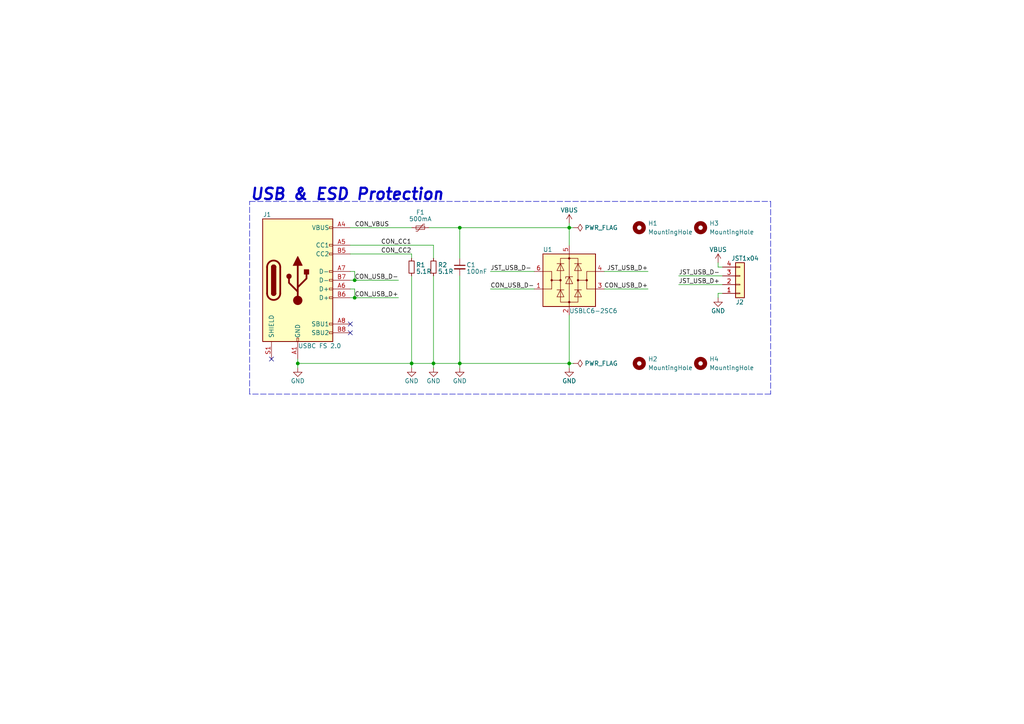
<source format=kicad_sch>
(kicad_sch (version 20211123) (generator eeschema)

  (uuid 2e827bfc-32a1-42d1-ac5e-aa7b7cc1f017)

  (paper "A4")

  (title_block
    (title "USB Type C Daughter Board")
    (date "2022-07-03")
    (rev "1.0")
    (company "rothman")
  )

  (lib_symbols
    (symbol "Connector-Generic:Conn_01x04" (pin_names (offset 1.016) hide) (in_bom yes) (on_board yes)
      (property "Reference" "J" (id 0) (at 0 5.08 0)
        (effects (font (size 1.27 1.27)))
      )
      (property "Value" "Conn_01x04" (id 1) (at 0 -7.62 0)
        (effects (font (size 1.27 1.27)))
      )
      (property "Footprint" "" (id 2) (at 0 0 0)
        (effects (font (size 1.27 1.27)) hide)
      )
      (property "Datasheet" "~" (id 3) (at 0 0 0)
        (effects (font (size 1.27 1.27)) hide)
      )
      (property "ki_keywords" "connector" (id 4) (at 0 0 0)
        (effects (font (size 1.27 1.27)) hide)
      )
      (property "ki_description" "Generic connector, single row, 01x04, script generated (kicad-library-utils/schlib/autogen/connector/)" (id 5) (at 0 0 0)
        (effects (font (size 1.27 1.27)) hide)
      )
      (property "ki_fp_filters" "Connector*:*_1x??_*" (id 6) (at 0 0 0)
        (effects (font (size 1.27 1.27)) hide)
      )
      (symbol "Conn_01x04_1_1"
        (rectangle (start -1.27 -4.953) (end 0 -5.207)
          (stroke (width 0.1524) (type default) (color 0 0 0 0))
          (fill (type none))
        )
        (rectangle (start -1.27 -2.413) (end 0 -2.667)
          (stroke (width 0.1524) (type default) (color 0 0 0 0))
          (fill (type none))
        )
        (rectangle (start -1.27 0.127) (end 0 -0.127)
          (stroke (width 0.1524) (type default) (color 0 0 0 0))
          (fill (type none))
        )
        (rectangle (start -1.27 2.667) (end 0 2.413)
          (stroke (width 0.1524) (type default) (color 0 0 0 0))
          (fill (type none))
        )
        (rectangle (start -1.27 3.81) (end 1.27 -6.35)
          (stroke (width 0.254) (type default) (color 0 0 0 0))
          (fill (type background))
        )
        (pin passive line (at -5.08 2.54 0) (length 3.81)
          (name "Pin_1" (effects (font (size 1.27 1.27))))
          (number "1" (effects (font (size 1.27 1.27))))
        )
        (pin passive line (at -5.08 0 0) (length 3.81)
          (name "Pin_2" (effects (font (size 1.27 1.27))))
          (number "2" (effects (font (size 1.27 1.27))))
        )
        (pin passive line (at -5.08 -2.54 0) (length 3.81)
          (name "Pin_3" (effects (font (size 1.27 1.27))))
          (number "3" (effects (font (size 1.27 1.27))))
        )
        (pin passive line (at -5.08 -5.08 0) (length 3.81)
          (name "Pin_4" (effects (font (size 1.27 1.27))))
          (number "4" (effects (font (size 1.27 1.27))))
        )
      )
    )
    (symbol "Connector-USB-C:USB_C_Receptacle_USB2.0" (pin_names (offset 1.016)) (in_bom yes) (on_board yes)
      (property "Reference" "J" (id 0) (at -10.16 19.05 0)
        (effects (font (size 1.27 1.27)) (justify left))
      )
      (property "Value" "USB_C_Receptacle_USB2.0" (id 1) (at 19.05 19.05 0)
        (effects (font (size 1.27 1.27)) (justify right))
      )
      (property "Footprint" "" (id 2) (at 3.81 0 0)
        (effects (font (size 1.27 1.27)) hide)
      )
      (property "Datasheet" "https://www.usb.org/sites/default/files/documents/usb_type-c.zip" (id 3) (at 3.81 0 0)
        (effects (font (size 1.27 1.27)) hide)
      )
      (property "ki_keywords" "usb universal serial bus type-C USB2.0" (id 4) (at 0 0 0)
        (effects (font (size 1.27 1.27)) hide)
      )
      (property "ki_description" "USB 2.0-only Type-C Receptacle connector" (id 5) (at 0 0 0)
        (effects (font (size 1.27 1.27)) hide)
      )
      (property "ki_fp_filters" "USB*C*Receptacle*" (id 6) (at 0 0 0)
        (effects (font (size 1.27 1.27)) hide)
      )
      (symbol "USB_C_Receptacle_USB2.0_0_0"
        (rectangle (start -0.254 -17.78) (end 0.254 -16.764)
          (stroke (width 0) (type default) (color 0 0 0 0))
          (fill (type none))
        )
        (rectangle (start 10.16 -14.986) (end 9.144 -15.494)
          (stroke (width 0) (type default) (color 0 0 0 0))
          (fill (type none))
        )
        (rectangle (start 10.16 -12.446) (end 9.144 -12.954)
          (stroke (width 0) (type default) (color 0 0 0 0))
          (fill (type none))
        )
        (rectangle (start 10.16 -4.826) (end 9.144 -5.334)
          (stroke (width 0) (type default) (color 0 0 0 0))
          (fill (type none))
        )
        (rectangle (start 10.16 -2.286) (end 9.144 -2.794)
          (stroke (width 0) (type default) (color 0 0 0 0))
          (fill (type none))
        )
        (rectangle (start 10.16 0.254) (end 9.144 -0.254)
          (stroke (width 0) (type default) (color 0 0 0 0))
          (fill (type none))
        )
        (rectangle (start 10.16 2.794) (end 9.144 2.286)
          (stroke (width 0) (type default) (color 0 0 0 0))
          (fill (type none))
        )
        (rectangle (start 10.16 7.874) (end 9.144 7.366)
          (stroke (width 0) (type default) (color 0 0 0 0))
          (fill (type none))
        )
        (rectangle (start 10.16 10.414) (end 9.144 9.906)
          (stroke (width 0) (type default) (color 0 0 0 0))
          (fill (type none))
        )
        (rectangle (start 10.16 15.494) (end 9.144 14.986)
          (stroke (width 0) (type default) (color 0 0 0 0))
          (fill (type none))
        )
      )
      (symbol "USB_C_Receptacle_USB2.0_0_1"
        (rectangle (start -10.16 17.78) (end 10.16 -17.78)
          (stroke (width 0.254) (type default) (color 0 0 0 0))
          (fill (type background))
        )
        (arc (start -8.89 -3.81) (mid -6.985 -5.715) (end -5.08 -3.81)
          (stroke (width 0.508) (type default) (color 0 0 0 0))
          (fill (type none))
        )
        (arc (start -7.62 -3.81) (mid -6.985 -4.445) (end -6.35 -3.81)
          (stroke (width 0.254) (type default) (color 0 0 0 0))
          (fill (type none))
        )
        (arc (start -7.62 -3.81) (mid -6.985 -4.445) (end -6.35 -3.81)
          (stroke (width 0.254) (type default) (color 0 0 0 0))
          (fill (type outline))
        )
        (rectangle (start -7.62 -3.81) (end -6.35 3.81)
          (stroke (width 0.254) (type default) (color 0 0 0 0))
          (fill (type outline))
        )
        (arc (start -6.35 3.81) (mid -6.985 4.445) (end -7.62 3.81)
          (stroke (width 0.254) (type default) (color 0 0 0 0))
          (fill (type none))
        )
        (arc (start -6.35 3.81) (mid -6.985 4.445) (end -7.62 3.81)
          (stroke (width 0.254) (type default) (color 0 0 0 0))
          (fill (type outline))
        )
        (arc (start -5.08 3.81) (mid -6.985 5.715) (end -8.89 3.81)
          (stroke (width 0.508) (type default) (color 0 0 0 0))
          (fill (type none))
        )
        (circle (center -2.54 1.143) (radius 0.635)
          (stroke (width 0.254) (type default) (color 0 0 0 0))
          (fill (type outline))
        )
        (circle (center 0 -5.842) (radius 1.27)
          (stroke (width 0) (type default) (color 0 0 0 0))
          (fill (type outline))
        )
        (polyline
          (pts
            (xy -8.89 -3.81)
            (xy -8.89 3.81)
          )
          (stroke (width 0.508) (type default) (color 0 0 0 0))
          (fill (type none))
        )
        (polyline
          (pts
            (xy -5.08 3.81)
            (xy -5.08 -3.81)
          )
          (stroke (width 0.508) (type default) (color 0 0 0 0))
          (fill (type none))
        )
        (polyline
          (pts
            (xy 0 -5.842)
            (xy 0 4.318)
          )
          (stroke (width 0.508) (type default) (color 0 0 0 0))
          (fill (type none))
        )
        (polyline
          (pts
            (xy 0 -3.302)
            (xy -2.54 -0.762)
            (xy -2.54 0.508)
          )
          (stroke (width 0.508) (type default) (color 0 0 0 0))
          (fill (type none))
        )
        (polyline
          (pts
            (xy 0 -2.032)
            (xy 2.54 0.508)
            (xy 2.54 1.778)
          )
          (stroke (width 0.508) (type default) (color 0 0 0 0))
          (fill (type none))
        )
        (polyline
          (pts
            (xy -1.27 4.318)
            (xy 0 6.858)
            (xy 1.27 4.318)
            (xy -1.27 4.318)
          )
          (stroke (width 0.254) (type default) (color 0 0 0 0))
          (fill (type outline))
        )
        (rectangle (start 1.905 1.778) (end 3.175 3.048)
          (stroke (width 0.254) (type default) (color 0 0 0 0))
          (fill (type outline))
        )
      )
      (symbol "USB_C_Receptacle_USB2.0_1_1"
        (pin passive line (at 0 -22.86 90) (length 5.08)
          (name "GND" (effects (font (size 1.27 1.27))))
          (number "A1" (effects (font (size 1.27 1.27))))
        )
        (pin passive line (at 0 -22.86 90) (length 5.08) hide
          (name "GND" (effects (font (size 1.27 1.27))))
          (number "A12" (effects (font (size 1.27 1.27))))
        )
        (pin passive line (at 15.24 15.24 180) (length 5.08)
          (name "VBUS" (effects (font (size 1.27 1.27))))
          (number "A4" (effects (font (size 1.27 1.27))))
        )
        (pin bidirectional line (at 15.24 10.16 180) (length 5.08)
          (name "CC1" (effects (font (size 1.27 1.27))))
          (number "A5" (effects (font (size 1.27 1.27))))
        )
        (pin bidirectional line (at 15.24 -2.54 180) (length 5.08)
          (name "D+" (effects (font (size 1.27 1.27))))
          (number "A6" (effects (font (size 1.27 1.27))))
        )
        (pin bidirectional line (at 15.24 2.54 180) (length 5.08)
          (name "D-" (effects (font (size 1.27 1.27))))
          (number "A7" (effects (font (size 1.27 1.27))))
        )
        (pin bidirectional line (at 15.24 -12.7 180) (length 5.08)
          (name "SBU1" (effects (font (size 1.27 1.27))))
          (number "A8" (effects (font (size 1.27 1.27))))
        )
        (pin passive line (at 15.24 15.24 180) (length 5.08) hide
          (name "VBUS" (effects (font (size 1.27 1.27))))
          (number "A9" (effects (font (size 1.27 1.27))))
        )
        (pin passive line (at 0 -22.86 90) (length 5.08) hide
          (name "GND" (effects (font (size 1.27 1.27))))
          (number "B1" (effects (font (size 1.27 1.27))))
        )
        (pin passive line (at 0 -22.86 90) (length 5.08) hide
          (name "GND" (effects (font (size 1.27 1.27))))
          (number "B12" (effects (font (size 1.27 1.27))))
        )
        (pin passive line (at 15.24 15.24 180) (length 5.08) hide
          (name "VBUS" (effects (font (size 1.27 1.27))))
          (number "B4" (effects (font (size 1.27 1.27))))
        )
        (pin bidirectional line (at 15.24 7.62 180) (length 5.08)
          (name "CC2" (effects (font (size 1.27 1.27))))
          (number "B5" (effects (font (size 1.27 1.27))))
        )
        (pin bidirectional line (at 15.24 -5.08 180) (length 5.08)
          (name "D+" (effects (font (size 1.27 1.27))))
          (number "B6" (effects (font (size 1.27 1.27))))
        )
        (pin bidirectional line (at 15.24 0 180) (length 5.08)
          (name "D-" (effects (font (size 1.27 1.27))))
          (number "B7" (effects (font (size 1.27 1.27))))
        )
        (pin bidirectional line (at 15.24 -15.24 180) (length 5.08)
          (name "SBU2" (effects (font (size 1.27 1.27))))
          (number "B8" (effects (font (size 1.27 1.27))))
        )
        (pin passive line (at 15.24 15.24 180) (length 5.08) hide
          (name "VBUS" (effects (font (size 1.27 1.27))))
          (number "B9" (effects (font (size 1.27 1.27))))
        )
        (pin passive line (at -7.62 -22.86 90) (length 5.08)
          (name "SHIELD" (effects (font (size 1.27 1.27))))
          (number "S1" (effects (font (size 1.27 1.27))))
        )
      )
    )
    (symbol "Device:C_Small" (pin_numbers hide) (pin_names (offset 0.254) hide) (in_bom yes) (on_board yes)
      (property "Reference" "C" (id 0) (at 0.254 1.778 0)
        (effects (font (size 1.27 1.27)) (justify left))
      )
      (property "Value" "C_Small" (id 1) (at 0.254 -2.032 0)
        (effects (font (size 1.27 1.27)) (justify left))
      )
      (property "Footprint" "" (id 2) (at 0 0 0)
        (effects (font (size 1.27 1.27)) hide)
      )
      (property "Datasheet" "~" (id 3) (at 0 0 0)
        (effects (font (size 1.27 1.27)) hide)
      )
      (property "ki_keywords" "capacitor cap" (id 4) (at 0 0 0)
        (effects (font (size 1.27 1.27)) hide)
      )
      (property "ki_description" "Unpolarized capacitor, small symbol" (id 5) (at 0 0 0)
        (effects (font (size 1.27 1.27)) hide)
      )
      (property "ki_fp_filters" "C_*" (id 6) (at 0 0 0)
        (effects (font (size 1.27 1.27)) hide)
      )
      (symbol "C_Small_0_1"
        (polyline
          (pts
            (xy -1.524 -0.508)
            (xy 1.524 -0.508)
          )
          (stroke (width 0.3302) (type default) (color 0 0 0 0))
          (fill (type none))
        )
        (polyline
          (pts
            (xy -1.524 0.508)
            (xy 1.524 0.508)
          )
          (stroke (width 0.3048) (type default) (color 0 0 0 0))
          (fill (type none))
        )
      )
      (symbol "C_Small_1_1"
        (pin passive line (at 0 2.54 270) (length 2.032)
          (name "~" (effects (font (size 1.27 1.27))))
          (number "1" (effects (font (size 1.27 1.27))))
        )
        (pin passive line (at 0 -2.54 90) (length 2.032)
          (name "~" (effects (font (size 1.27 1.27))))
          (number "2" (effects (font (size 1.27 1.27))))
        )
      )
    )
    (symbol "Device:Polyfuse_Small" (pin_numbers hide) (pin_names (offset 0)) (in_bom yes) (on_board yes)
      (property "Reference" "F" (id 0) (at -1.905 0 90)
        (effects (font (size 1.27 1.27)))
      )
      (property "Value" "Polyfuse_Small" (id 1) (at 1.905 0 90)
        (effects (font (size 1.27 1.27)))
      )
      (property "Footprint" "" (id 2) (at 1.27 -5.08 0)
        (effects (font (size 1.27 1.27)) (justify left) hide)
      )
      (property "Datasheet" "~" (id 3) (at 0 0 0)
        (effects (font (size 1.27 1.27)) hide)
      )
      (property "ki_keywords" "resettable fuse PTC PPTC polyfuse polyswitch" (id 4) (at 0 0 0)
        (effects (font (size 1.27 1.27)) hide)
      )
      (property "ki_description" "Resettable fuse, polymeric positive temperature coefficient, small symbol" (id 5) (at 0 0 0)
        (effects (font (size 1.27 1.27)) hide)
      )
      (property "ki_fp_filters" "*polyfuse* *PTC*" (id 6) (at 0 0 0)
        (effects (font (size 1.27 1.27)) hide)
      )
      (symbol "Polyfuse_Small_0_1"
        (rectangle (start -0.508 1.27) (end 0.508 -1.27)
          (stroke (width 0) (type default) (color 0 0 0 0))
          (fill (type none))
        )
        (polyline
          (pts
            (xy 0 2.54)
            (xy 0 -2.54)
          )
          (stroke (width 0) (type default) (color 0 0 0 0))
          (fill (type none))
        )
        (polyline
          (pts
            (xy -1.016 1.27)
            (xy -1.016 0.762)
            (xy 1.016 -0.762)
            (xy 1.016 -1.27)
          )
          (stroke (width 0) (type default) (color 0 0 0 0))
          (fill (type none))
        )
      )
      (symbol "Polyfuse_Small_1_1"
        (pin passive line (at 0 2.54 270) (length 0.635)
          (name "~" (effects (font (size 1.27 1.27))))
          (number "1" (effects (font (size 1.27 1.27))))
        )
        (pin passive line (at 0 -2.54 90) (length 0.635)
          (name "~" (effects (font (size 1.27 1.27))))
          (number "2" (effects (font (size 1.27 1.27))))
        )
      )
    )
    (symbol "Device:R_Small" (pin_numbers hide) (pin_names (offset 0.254) hide) (in_bom yes) (on_board yes)
      (property "Reference" "R" (id 0) (at 0.762 0.508 0)
        (effects (font (size 1.27 1.27)) (justify left))
      )
      (property "Value" "R_Small" (id 1) (at 0.762 -1.016 0)
        (effects (font (size 1.27 1.27)) (justify left))
      )
      (property "Footprint" "" (id 2) (at 0 0 0)
        (effects (font (size 1.27 1.27)) hide)
      )
      (property "Datasheet" "~" (id 3) (at 0 0 0)
        (effects (font (size 1.27 1.27)) hide)
      )
      (property "ki_keywords" "R resistor" (id 4) (at 0 0 0)
        (effects (font (size 1.27 1.27)) hide)
      )
      (property "ki_description" "Resistor, small symbol" (id 5) (at 0 0 0)
        (effects (font (size 1.27 1.27)) hide)
      )
      (property "ki_fp_filters" "R_*" (id 6) (at 0 0 0)
        (effects (font (size 1.27 1.27)) hide)
      )
      (symbol "R_Small_0_1"
        (rectangle (start -0.762 1.778) (end 0.762 -1.778)
          (stroke (width 0.2032) (type default) (color 0 0 0 0))
          (fill (type none))
        )
      )
      (symbol "R_Small_1_1"
        (pin passive line (at 0 2.54 270) (length 0.762)
          (name "~" (effects (font (size 1.27 1.27))))
          (number "1" (effects (font (size 1.27 1.27))))
        )
        (pin passive line (at 0 -2.54 90) (length 0.762)
          (name "~" (effects (font (size 1.27 1.27))))
          (number "2" (effects (font (size 1.27 1.27))))
        )
      )
    )
    (symbol "Mechanical:MountingHole" (pin_names (offset 1.016)) (in_bom yes) (on_board yes)
      (property "Reference" "H" (id 0) (at 0 5.08 0)
        (effects (font (size 1.27 1.27)))
      )
      (property "Value" "MountingHole" (id 1) (at 0 3.175 0)
        (effects (font (size 1.27 1.27)))
      )
      (property "Footprint" "" (id 2) (at 0 0 0)
        (effects (font (size 1.27 1.27)) hide)
      )
      (property "Datasheet" "~" (id 3) (at 0 0 0)
        (effects (font (size 1.27 1.27)) hide)
      )
      (property "ki_keywords" "mounting hole" (id 4) (at 0 0 0)
        (effects (font (size 1.27 1.27)) hide)
      )
      (property "ki_description" "Mounting Hole without connection" (id 5) (at 0 0 0)
        (effects (font (size 1.27 1.27)) hide)
      )
      (property "ki_fp_filters" "MountingHole*" (id 6) (at 0 0 0)
        (effects (font (size 1.27 1.27)) hide)
      )
      (symbol "MountingHole_0_1"
        (circle (center 0 0) (radius 1.27)
          (stroke (width 1.27) (type default) (color 0 0 0 0))
          (fill (type none))
        )
      )
    )
    (symbol "Power-Protection:USBLC6-2SC6" (pin_names hide) (in_bom yes) (on_board yes)
      (property "Reference" "U" (id 0) (at 2.54 8.89 0)
        (effects (font (size 1.27 1.27)) (justify left))
      )
      (property "Value" "USBLC6-2SC6" (id 1) (at 2.54 -8.89 0)
        (effects (font (size 1.27 1.27)) (justify left))
      )
      (property "Footprint" "Package_TO_SOT_SMD:SOT-23-6" (id 2) (at 0 -12.7 0)
        (effects (font (size 1.27 1.27)) hide)
      )
      (property "Datasheet" "https://www.st.com/resource/en/datasheet/usblc6-2.pdf" (id 3) (at 5.08 8.89 0)
        (effects (font (size 1.27 1.27)) hide)
      )
      (property "ki_keywords" "usb ethernet video" (id 4) (at 0 0 0)
        (effects (font (size 1.27 1.27)) hide)
      )
      (property "ki_description" "Very low capacitance ESD protection diode, 2 data-line, SOT-23-6" (id 5) (at 0 0 0)
        (effects (font (size 1.27 1.27)) hide)
      )
      (property "ki_fp_filters" "SOT?23*" (id 6) (at 0 0 0)
        (effects (font (size 1.27 1.27)) hide)
      )
      (symbol "USBLC6-2SC6_0_1"
        (rectangle (start -7.62 -7.62) (end 7.62 7.62)
          (stroke (width 0.254) (type default) (color 0 0 0 0))
          (fill (type background))
        )
        (circle (center -5.08 0) (radius 0.254)
          (stroke (width 0) (type default) (color 0 0 0 0))
          (fill (type outline))
        )
        (circle (center -2.54 0) (radius 0.254)
          (stroke (width 0) (type default) (color 0 0 0 0))
          (fill (type outline))
        )
        (rectangle (start -2.54 6.35) (end 2.54 -6.35)
          (stroke (width 0) (type default) (color 0 0 0 0))
          (fill (type none))
        )
        (circle (center 0 -6.35) (radius 0.254)
          (stroke (width 0) (type default) (color 0 0 0 0))
          (fill (type outline))
        )
        (polyline
          (pts
            (xy -5.08 -2.54)
            (xy -7.62 -2.54)
          )
          (stroke (width 0) (type default) (color 0 0 0 0))
          (fill (type none))
        )
        (polyline
          (pts
            (xy -5.08 0)
            (xy -5.08 -2.54)
          )
          (stroke (width 0) (type default) (color 0 0 0 0))
          (fill (type none))
        )
        (polyline
          (pts
            (xy -5.08 2.54)
            (xy -7.62 2.54)
          )
          (stroke (width 0) (type default) (color 0 0 0 0))
          (fill (type none))
        )
        (polyline
          (pts
            (xy -1.524 -2.794)
            (xy -3.556 -2.794)
          )
          (stroke (width 0) (type default) (color 0 0 0 0))
          (fill (type none))
        )
        (polyline
          (pts
            (xy -1.524 4.826)
            (xy -3.556 4.826)
          )
          (stroke (width 0) (type default) (color 0 0 0 0))
          (fill (type none))
        )
        (polyline
          (pts
            (xy 0 -7.62)
            (xy 0 -6.35)
          )
          (stroke (width 0) (type default) (color 0 0 0 0))
          (fill (type none))
        )
        (polyline
          (pts
            (xy 0 -6.35)
            (xy 0 1.27)
          )
          (stroke (width 0) (type default) (color 0 0 0 0))
          (fill (type none))
        )
        (polyline
          (pts
            (xy 0 1.27)
            (xy 0 6.35)
          )
          (stroke (width 0) (type default) (color 0 0 0 0))
          (fill (type none))
        )
        (polyline
          (pts
            (xy 0 6.35)
            (xy 0 7.62)
          )
          (stroke (width 0) (type default) (color 0 0 0 0))
          (fill (type none))
        )
        (polyline
          (pts
            (xy 1.524 -2.794)
            (xy 3.556 -2.794)
          )
          (stroke (width 0) (type default) (color 0 0 0 0))
          (fill (type none))
        )
        (polyline
          (pts
            (xy 1.524 4.826)
            (xy 3.556 4.826)
          )
          (stroke (width 0) (type default) (color 0 0 0 0))
          (fill (type none))
        )
        (polyline
          (pts
            (xy 5.08 -2.54)
            (xy 7.62 -2.54)
          )
          (stroke (width 0) (type default) (color 0 0 0 0))
          (fill (type none))
        )
        (polyline
          (pts
            (xy 5.08 0)
            (xy 5.08 -2.54)
          )
          (stroke (width 0) (type default) (color 0 0 0 0))
          (fill (type none))
        )
        (polyline
          (pts
            (xy 5.08 2.54)
            (xy 7.62 2.54)
          )
          (stroke (width 0) (type default) (color 0 0 0 0))
          (fill (type none))
        )
        (polyline
          (pts
            (xy -2.54 0)
            (xy -5.08 0)
            (xy -5.08 2.54)
          )
          (stroke (width 0) (type default) (color 0 0 0 0))
          (fill (type none))
        )
        (polyline
          (pts
            (xy 2.54 0)
            (xy 5.08 0)
            (xy 5.08 2.54)
          )
          (stroke (width 0) (type default) (color 0 0 0 0))
          (fill (type none))
        )
        (polyline
          (pts
            (xy -3.556 -4.826)
            (xy -1.524 -4.826)
            (xy -2.54 -2.794)
            (xy -3.556 -4.826)
          )
          (stroke (width 0) (type default) (color 0 0 0 0))
          (fill (type none))
        )
        (polyline
          (pts
            (xy -3.556 2.794)
            (xy -1.524 2.794)
            (xy -2.54 4.826)
            (xy -3.556 2.794)
          )
          (stroke (width 0) (type default) (color 0 0 0 0))
          (fill (type none))
        )
        (polyline
          (pts
            (xy -1.016 -1.016)
            (xy 1.016 -1.016)
            (xy 0 1.016)
            (xy -1.016 -1.016)
          )
          (stroke (width 0) (type default) (color 0 0 0 0))
          (fill (type none))
        )
        (polyline
          (pts
            (xy 1.016 1.016)
            (xy 0.762 1.016)
            (xy -1.016 1.016)
            (xy -1.016 0.508)
          )
          (stroke (width 0) (type default) (color 0 0 0 0))
          (fill (type none))
        )
        (polyline
          (pts
            (xy 3.556 -4.826)
            (xy 1.524 -4.826)
            (xy 2.54 -2.794)
            (xy 3.556 -4.826)
          )
          (stroke (width 0) (type default) (color 0 0 0 0))
          (fill (type none))
        )
        (polyline
          (pts
            (xy 3.556 2.794)
            (xy 1.524 2.794)
            (xy 2.54 4.826)
            (xy 3.556 2.794)
          )
          (stroke (width 0) (type default) (color 0 0 0 0))
          (fill (type none))
        )
        (circle (center 0 6.35) (radius 0.254)
          (stroke (width 0) (type default) (color 0 0 0 0))
          (fill (type outline))
        )
        (circle (center 2.54 0) (radius 0.254)
          (stroke (width 0) (type default) (color 0 0 0 0))
          (fill (type outline))
        )
        (circle (center 5.08 0) (radius 0.254)
          (stroke (width 0) (type default) (color 0 0 0 0))
          (fill (type outline))
        )
      )
      (symbol "USBLC6-2SC6_1_1"
        (pin passive line (at -10.16 -2.54 0) (length 2.54)
          (name "I/O1" (effects (font (size 1.27 1.27))))
          (number "1" (effects (font (size 1.27 1.27))))
        )
        (pin passive line (at 0 -10.16 90) (length 2.54)
          (name "GND" (effects (font (size 1.27 1.27))))
          (number "2" (effects (font (size 1.27 1.27))))
        )
        (pin passive line (at 10.16 -2.54 180) (length 2.54)
          (name "I/O2" (effects (font (size 1.27 1.27))))
          (number "3" (effects (font (size 1.27 1.27))))
        )
        (pin passive line (at 10.16 2.54 180) (length 2.54)
          (name "I/O2" (effects (font (size 1.27 1.27))))
          (number "4" (effects (font (size 1.27 1.27))))
        )
        (pin passive line (at 0 10.16 270) (length 2.54)
          (name "VBUS" (effects (font (size 1.27 1.27))))
          (number "5" (effects (font (size 1.27 1.27))))
        )
        (pin passive line (at -10.16 2.54 0) (length 2.54)
          (name "I/O1" (effects (font (size 1.27 1.27))))
          (number "6" (effects (font (size 1.27 1.27))))
        )
      )
    )
    (symbol "Power:GND" (power) (pin_names (offset 0)) (in_bom yes) (on_board yes)
      (property "Reference" "#PWR" (id 0) (at 0 -6.35 0)
        (effects (font (size 1.27 1.27)) hide)
      )
      (property "Value" "GND" (id 1) (at 0 -3.81 0)
        (effects (font (size 1.27 1.27)))
      )
      (property "Footprint" "" (id 2) (at 0 0 0)
        (effects (font (size 1.27 1.27)) hide)
      )
      (property "Datasheet" "" (id 3) (at 0 0 0)
        (effects (font (size 1.27 1.27)) hide)
      )
      (property "ki_keywords" "power-flag" (id 4) (at 0 0 0)
        (effects (font (size 1.27 1.27)) hide)
      )
      (property "ki_description" "Power symbol creates a global label with name \"GND\" , ground" (id 5) (at 0 0 0)
        (effects (font (size 1.27 1.27)) hide)
      )
      (symbol "GND_0_1"
        (polyline
          (pts
            (xy 0 0)
            (xy 0 -1.27)
            (xy 1.27 -1.27)
            (xy 0 -2.54)
            (xy -1.27 -1.27)
            (xy 0 -1.27)
          )
          (stroke (width 0) (type default) (color 0 0 0 0))
          (fill (type none))
        )
      )
      (symbol "GND_1_1"
        (pin power_in line (at 0 0 270) (length 0) hide
          (name "GND" (effects (font (size 1.27 1.27))))
          (number "1" (effects (font (size 1.27 1.27))))
        )
      )
    )
    (symbol "Power:PWR_FLAG" (power) (pin_numbers hide) (pin_names (offset 0) hide) (in_bom yes) (on_board yes)
      (property "Reference" "#FLG" (id 0) (at 0 1.905 0)
        (effects (font (size 1.27 1.27)) hide)
      )
      (property "Value" "PWR_FLAG" (id 1) (at 0 3.81 0)
        (effects (font (size 1.27 1.27)))
      )
      (property "Footprint" "" (id 2) (at 0 0 0)
        (effects (font (size 1.27 1.27)) hide)
      )
      (property "Datasheet" "~" (id 3) (at 0 0 0)
        (effects (font (size 1.27 1.27)) hide)
      )
      (property "ki_keywords" "power-flag" (id 4) (at 0 0 0)
        (effects (font (size 1.27 1.27)) hide)
      )
      (property "ki_description" "Special symbol for telling ERC where power comes from" (id 5) (at 0 0 0)
        (effects (font (size 1.27 1.27)) hide)
      )
      (symbol "PWR_FLAG_0_0"
        (pin power_out line (at 0 0 90) (length 0)
          (name "pwr" (effects (font (size 1.27 1.27))))
          (number "1" (effects (font (size 1.27 1.27))))
        )
      )
      (symbol "PWR_FLAG_0_1"
        (polyline
          (pts
            (xy 0 0)
            (xy 0 1.27)
            (xy -1.016 1.905)
            (xy 0 2.54)
            (xy 1.016 1.905)
            (xy 0 1.27)
          )
          (stroke (width 0) (type default) (color 0 0 0 0))
          (fill (type none))
        )
      )
    )
    (symbol "Power:VBUS" (power) (pin_names (offset 0)) (in_bom yes) (on_board yes)
      (property "Reference" "#PWR" (id 0) (at 0 -3.81 0)
        (effects (font (size 1.27 1.27)) hide)
      )
      (property "Value" "VBUS" (id 1) (at 0 3.81 0)
        (effects (font (size 1.27 1.27)))
      )
      (property "Footprint" "" (id 2) (at 0 0 0)
        (effects (font (size 1.27 1.27)) hide)
      )
      (property "Datasheet" "" (id 3) (at 0 0 0)
        (effects (font (size 1.27 1.27)) hide)
      )
      (property "ki_keywords" "power-flag" (id 4) (at 0 0 0)
        (effects (font (size 1.27 1.27)) hide)
      )
      (property "ki_description" "Power symbol creates a global label with name \"VBUS\"" (id 5) (at 0 0 0)
        (effects (font (size 1.27 1.27)) hide)
      )
      (symbol "VBUS_0_1"
        (polyline
          (pts
            (xy -0.762 1.27)
            (xy 0 2.54)
          )
          (stroke (width 0) (type default) (color 0 0 0 0))
          (fill (type none))
        )
        (polyline
          (pts
            (xy 0 0)
            (xy 0 2.54)
          )
          (stroke (width 0) (type default) (color 0 0 0 0))
          (fill (type none))
        )
        (polyline
          (pts
            (xy 0 2.54)
            (xy 0.762 1.27)
          )
          (stroke (width 0) (type default) (color 0 0 0 0))
          (fill (type none))
        )
      )
      (symbol "VBUS_1_1"
        (pin power_in line (at 0 0 90) (length 0) hide
          (name "VBUS" (effects (font (size 1.27 1.27))))
          (number "1" (effects (font (size 1.27 1.27))))
        )
      )
    )
  )

  (junction (at 86.36 105.41) (diameter 0) (color 0 0 0 0)
    (uuid 17679943-5847-4519-b5de-ad680af61bed)
  )
  (junction (at 165.1 105.41) (diameter 0) (color 0 0 0 0)
    (uuid 42472904-945f-49a9-a752-5a0cf50b24d0)
  )
  (junction (at 133.35 105.41) (diameter 0) (color 0 0 0 0)
    (uuid 44721734-bd50-45c5-a6bf-7fa5217445da)
  )
  (junction (at 133.35 66.04) (diameter 0) (color 0 0 0 0)
    (uuid 4608fc69-7748-45de-b677-5e3024b4125c)
  )
  (junction (at 102.87 86.36) (diameter 0) (color 0 0 0 0)
    (uuid 831bff00-b14e-43f0-8734-f10a4a3efb5f)
  )
  (junction (at 102.87 81.28) (diameter 0) (color 0 0 0 0)
    (uuid 86ced303-3fcf-4721-80d3-e16f2c0f2171)
  )
  (junction (at 119.38 105.41) (diameter 0) (color 0 0 0 0)
    (uuid 8c69697e-9b2c-45fd-8be6-6142a47c92b6)
  )
  (junction (at 125.73 105.41) (diameter 0) (color 0 0 0 0)
    (uuid d67c778d-9e05-491b-916d-52a8c6f9f2a9)
  )
  (junction (at 165.1 66.04) (diameter 0) (color 0 0 0 0)
    (uuid dcd7dd9d-3b60-4e06-930c-a389d4329036)
  )

  (no_connect (at 101.6 93.98) (uuid a6e235a0-badb-45a8-9b04-889c4b68825d))
  (no_connect (at 101.6 96.52) (uuid a6e235a0-badb-45a8-9b04-889c4b68825e))
  (no_connect (at 78.74 104.14) (uuid a6e235a0-badb-45a8-9b04-889c4b68825f))

  (wire (pts (xy 125.73 71.12) (xy 125.73 74.93))
    (stroke (width 0) (type default) (color 0 0 0 0))
    (uuid 130a2a67-b5f0-4653-bac9-260d898eee92)
  )
  (wire (pts (xy 196.85 82.55) (xy 209.55 82.55))
    (stroke (width 0) (type default) (color 0 0 0 0))
    (uuid 17a5b020-5ac2-4b2e-be37-434a7657b7d0)
  )
  (wire (pts (xy 102.87 83.82) (xy 102.87 86.36))
    (stroke (width 0) (type default) (color 0 0 0 0))
    (uuid 17f91647-9fe5-4d5b-aec9-f4a4d1aed8f8)
  )
  (wire (pts (xy 102.87 81.28) (xy 115.57 81.28))
    (stroke (width 0) (type default) (color 0 0 0 0))
    (uuid 197b2b62-b1a4-4b4f-a77e-46437965afde)
  )
  (wire (pts (xy 124.46 66.04) (xy 133.35 66.04))
    (stroke (width 0) (type default) (color 0 0 0 0))
    (uuid 20d38004-23db-4bea-80c3-b8c6a39ac6a2)
  )
  (wire (pts (xy 175.26 83.82) (xy 187.96 83.82))
    (stroke (width 0) (type default) (color 0 0 0 0))
    (uuid 292ed1fa-7853-4dc0-8dad-572eb32424a5)
  )
  (wire (pts (xy 165.1 66.04) (xy 165.1 71.12))
    (stroke (width 0) (type default) (color 0 0 0 0))
    (uuid 35426688-50d9-4a90-84b9-cd6c099725cd)
  )
  (wire (pts (xy 125.73 80.01) (xy 125.73 105.41))
    (stroke (width 0) (type default) (color 0 0 0 0))
    (uuid 35593507-4df0-4110-b5b3-7b5d7850e2cc)
  )
  (polyline (pts (xy 72.39 114.3) (xy 72.39 58.42))
    (stroke (width 0) (type default) (color 0 0 0 0))
    (uuid 38e003d9-2489-4520-b2c3-eb2ee6730235)
  )

  (wire (pts (xy 86.36 105.41) (xy 119.38 105.41))
    (stroke (width 0) (type default) (color 0 0 0 0))
    (uuid 38f7f7d6-29f4-4cdf-bea0-2972341087b2)
  )
  (polyline (pts (xy 223.52 114.3) (xy 72.39 114.3))
    (stroke (width 0) (type default) (color 0 0 0 0))
    (uuid 3a03651e-b209-4b53-8a11-e98423b2929b)
  )

  (wire (pts (xy 119.38 105.41) (xy 125.73 105.41))
    (stroke (width 0) (type default) (color 0 0 0 0))
    (uuid 3cb3bea9-294d-4c02-8ba2-c6142acb1356)
  )
  (wire (pts (xy 86.36 104.14) (xy 86.36 105.41))
    (stroke (width 0) (type default) (color 0 0 0 0))
    (uuid 4077641b-c798-4124-b6d4-6c5b85c145be)
  )
  (wire (pts (xy 101.6 83.82) (xy 102.87 83.82))
    (stroke (width 0) (type default) (color 0 0 0 0))
    (uuid 4d2358c5-3d01-4932-a25b-29188bf8d9ee)
  )
  (wire (pts (xy 208.28 77.47) (xy 209.55 77.47))
    (stroke (width 0) (type default) (color 0 0 0 0))
    (uuid 51535415-19cb-4f6c-a226-466afaaddc7e)
  )
  (wire (pts (xy 209.55 85.09) (xy 208.28 85.09))
    (stroke (width 0) (type default) (color 0 0 0 0))
    (uuid 520a334c-a595-447c-93ba-f12f10b5e0ec)
  )
  (wire (pts (xy 208.28 85.09) (xy 208.28 86.36))
    (stroke (width 0) (type default) (color 0 0 0 0))
    (uuid 5317c074-6200-4523-973c-a4527639ec58)
  )
  (wire (pts (xy 196.85 80.01) (xy 209.55 80.01))
    (stroke (width 0) (type default) (color 0 0 0 0))
    (uuid 56461a89-ab31-4bc8-bc7e-12aa94b8876a)
  )
  (wire (pts (xy 165.1 64.77) (xy 165.1 66.04))
    (stroke (width 0) (type default) (color 0 0 0 0))
    (uuid 568c71fa-122f-4841-9f88-7233383eac92)
  )
  (wire (pts (xy 165.1 105.41) (xy 165.1 106.68))
    (stroke (width 0) (type default) (color 0 0 0 0))
    (uuid 5855cf2e-020b-41c1-811a-1b81c17bc11b)
  )
  (wire (pts (xy 165.1 105.41) (xy 165.1 91.44))
    (stroke (width 0) (type default) (color 0 0 0 0))
    (uuid 588c4317-0567-4beb-af6e-59955075c679)
  )
  (wire (pts (xy 119.38 80.01) (xy 119.38 105.41))
    (stroke (width 0) (type default) (color 0 0 0 0))
    (uuid 5bd4709e-fd7e-4149-b500-60413585f416)
  )
  (wire (pts (xy 102.87 86.36) (xy 115.57 86.36))
    (stroke (width 0) (type default) (color 0 0 0 0))
    (uuid 60a4753c-3b79-4980-98cd-5d795bdfd80c)
  )
  (wire (pts (xy 133.35 105.41) (xy 165.1 105.41))
    (stroke (width 0) (type default) (color 0 0 0 0))
    (uuid 6fbd6a2d-4ea6-408d-899c-59b2d25fe67f)
  )
  (wire (pts (xy 101.6 86.36) (xy 102.87 86.36))
    (stroke (width 0) (type default) (color 0 0 0 0))
    (uuid 701c5c01-5f09-4836-a9fa-ab2d7a24bae7)
  )
  (wire (pts (xy 133.35 66.04) (xy 165.1 66.04))
    (stroke (width 0) (type default) (color 0 0 0 0))
    (uuid 708c9955-1ad1-4034-9fdb-fc11a0b76599)
  )
  (wire (pts (xy 133.35 80.01) (xy 133.35 105.41))
    (stroke (width 0) (type default) (color 0 0 0 0))
    (uuid 7263aebd-a0cf-40e6-a457-9bd2408fd4aa)
  )
  (wire (pts (xy 165.1 105.41) (xy 166.37 105.41))
    (stroke (width 0) (type default) (color 0 0 0 0))
    (uuid 7415cbfc-5972-4bbf-af1f-095e4b56eb9b)
  )
  (polyline (pts (xy 72.39 58.42) (xy 223.52 58.42))
    (stroke (width 0) (type default) (color 0 0 0 0))
    (uuid 747aae46-20a7-4440-acbd-154bed14fa46)
  )

  (wire (pts (xy 208.28 76.2) (xy 208.28 77.47))
    (stroke (width 0) (type default) (color 0 0 0 0))
    (uuid 7f92fd42-9bc6-41c8-9161-8513f01be43d)
  )
  (wire (pts (xy 119.38 73.66) (xy 119.38 74.93))
    (stroke (width 0) (type default) (color 0 0 0 0))
    (uuid 86e52ea7-51fc-4568-88ad-d10c7ff9e0f6)
  )
  (wire (pts (xy 101.6 66.04) (xy 119.38 66.04))
    (stroke (width 0) (type default) (color 0 0 0 0))
    (uuid 8a012a0b-778d-4bf2-85be-5984cd66904d)
  )
  (wire (pts (xy 142.24 78.74) (xy 154.94 78.74))
    (stroke (width 0) (type default) (color 0 0 0 0))
    (uuid 906efde3-6a51-46d4-97f7-0fb24102dd23)
  )
  (wire (pts (xy 101.6 71.12) (xy 125.73 71.12))
    (stroke (width 0) (type default) (color 0 0 0 0))
    (uuid 9abde763-c627-4398-9e23-22639fdadb36)
  )
  (wire (pts (xy 101.6 73.66) (xy 119.38 73.66))
    (stroke (width 0) (type default) (color 0 0 0 0))
    (uuid aa026e74-59e4-4a0d-8ff9-ea3f7f62a2d2)
  )
  (polyline (pts (xy 223.52 58.42) (xy 223.52 114.3))
    (stroke (width 0) (type default) (color 0 0 0 0))
    (uuid aa5cd58c-bea0-4bd5-8d01-92a7cc66054d)
  )

  (wire (pts (xy 86.36 105.41) (xy 86.36 106.68))
    (stroke (width 0) (type default) (color 0 0 0 0))
    (uuid ae6440dd-de89-47be-9a88-c02dabacb604)
  )
  (wire (pts (xy 133.35 66.04) (xy 133.35 74.93))
    (stroke (width 0) (type default) (color 0 0 0 0))
    (uuid bd57038f-8358-4481-aee2-a0e683ec3ae2)
  )
  (wire (pts (xy 133.35 105.41) (xy 133.35 106.68))
    (stroke (width 0) (type default) (color 0 0 0 0))
    (uuid c8209d8c-6610-43ba-b6f8-9c1db35dbd57)
  )
  (wire (pts (xy 165.1 66.04) (xy 166.37 66.04))
    (stroke (width 0) (type default) (color 0 0 0 0))
    (uuid d0d3f9d0-cd0c-44c6-b1d3-aa83f757a115)
  )
  (wire (pts (xy 101.6 78.74) (xy 102.87 78.74))
    (stroke (width 0) (type default) (color 0 0 0 0))
    (uuid dc8347d9-6525-49a8-88bd-37710b550e8c)
  )
  (wire (pts (xy 142.24 83.82) (xy 154.94 83.82))
    (stroke (width 0) (type default) (color 0 0 0 0))
    (uuid e054395e-811d-4619-93ce-532593754371)
  )
  (wire (pts (xy 102.87 78.74) (xy 102.87 81.28))
    (stroke (width 0) (type default) (color 0 0 0 0))
    (uuid ebea0678-ab96-4038-941d-d382bfe01acc)
  )
  (wire (pts (xy 125.73 105.41) (xy 133.35 105.41))
    (stroke (width 0) (type default) (color 0 0 0 0))
    (uuid f167d53c-08db-4c37-8b9c-cea87cda3178)
  )
  (wire (pts (xy 101.6 81.28) (xy 102.87 81.28))
    (stroke (width 0) (type default) (color 0 0 0 0))
    (uuid f6a79f15-4f9f-491b-bbe3-5492d2cf56d5)
  )
  (wire (pts (xy 119.38 105.41) (xy 119.38 106.68))
    (stroke (width 0) (type default) (color 0 0 0 0))
    (uuid fa604ad2-66ee-4edd-9f26-2e239e2f1f04)
  )
  (wire (pts (xy 175.26 78.74) (xy 187.96 78.74))
    (stroke (width 0) (type default) (color 0 0 0 0))
    (uuid fba394a0-c900-4271-8dc6-25a249cb8779)
  )
  (wire (pts (xy 125.73 105.41) (xy 125.73 106.68))
    (stroke (width 0) (type default) (color 0 0 0 0))
    (uuid fd8a3a97-30d4-4f36-8036-69b8cacc8f0f)
  )

  (text "USB & ESD Protection" (at 72.39 58.42 0)
    (effects (font (size 3.27 3.27) (thickness 0.654) bold italic) (justify left bottom))
    (uuid d0a0fd38-d119-40c3-a696-704b1700073a)
  )

  (label "CON_USB_D+" (at 115.57 86.36 180)
    (effects (font (size 1.27 1.27)) (justify right bottom))
    (uuid 0d82f941-db74-42cf-a23e-67bba699053e)
  )
  (label "JST_USB_D+" (at 187.96 78.74 180)
    (effects (font (size 1.27 1.27)) (justify right bottom))
    (uuid 0eecfe82-84ba-4b85-b5bb-2d9748f9445d)
  )
  (label "CON_CC2" (at 110.49 73.66 0)
    (effects (font (size 1.27 1.27)) (justify left bottom))
    (uuid 2c4a460a-947e-4190-926e-ffb7709dc6e8)
  )
  (label "CON_USB_D-" (at 142.24 83.82 0)
    (effects (font (size 1.27 1.27)) (justify left bottom))
    (uuid 36d3c893-bee4-48e8-b554-9b67d7ec91a1)
  )
  (label "CON_USB_D+" (at 187.96 83.82 180)
    (effects (font (size 1.27 1.27)) (justify right bottom))
    (uuid 718f2fc2-72c7-4cbc-8340-b794acafc78f)
  )
  (label "JST_USB_D-" (at 196.85 80.01 0)
    (effects (font (size 1.27 1.27)) (justify left bottom))
    (uuid 91ecea97-7eb7-403d-8586-d89b90827156)
  )
  (label "CON_USB_D-" (at 115.57 81.28 180)
    (effects (font (size 1.27 1.27)) (justify right bottom))
    (uuid ab53ef28-935c-4968-b0a1-d1ef395a804a)
  )
  (label "CON_VBUS" (at 102.87 66.04 0)
    (effects (font (size 1.27 1.27)) (justify left bottom))
    (uuid b7c25242-2bbc-4d2b-a930-a72df2b4eb44)
  )
  (label "JST_USB_D+" (at 196.85 82.55 0)
    (effects (font (size 1.27 1.27)) (justify left bottom))
    (uuid bae3c102-a583-4a58-b7dd-3aabd7084110)
  )
  (label "JST_USB_D-" (at 142.24 78.74 0)
    (effects (font (size 1.27 1.27)) (justify left bottom))
    (uuid ca571e93-73d6-422d-95a3-99575cef6551)
  )
  (label "CON_CC1" (at 110.49 71.12 0)
    (effects (font (size 1.27 1.27)) (justify left bottom))
    (uuid ccf2e399-608c-45b3-9baa-894ac33428e1)
  )

  (symbol (lib_id "Power:VBUS") (at 165.1 64.77 0) (unit 1)
    (in_bom yes) (on_board yes)
    (uuid 0754e859-974c-4ed3-a2a7-ff23b4585a80)
    (property "Reference" "#PWR05" (id 0) (at 165.1 68.58 0)
      (effects (font (size 1.27 1.27)) hide)
    )
    (property "Value" "VBUS" (id 1) (at 165.1 60.96 0))
    (property "Footprint" "" (id 2) (at 165.1 64.77 0)
      (effects (font (size 1.27 1.27)) hide)
    )
    (property "Datasheet" "" (id 3) (at 165.1 64.77 0)
      (effects (font (size 1.27 1.27)) hide)
    )
    (pin "1" (uuid 12dcf9bc-ebf9-4362-852f-fd234900c0e9))
  )

  (symbol (lib_id "Power:GND") (at 86.36 106.68 0) (unit 1)
    (in_bom yes) (on_board yes)
    (uuid 122ae22b-93ce-4342-9d7f-a12cdf18437a)
    (property "Reference" "#PWR01" (id 0) (at 86.36 113.03 0)
      (effects (font (size 1.27 1.27)) hide)
    )
    (property "Value" "GND" (id 1) (at 86.36 110.49 0))
    (property "Footprint" "" (id 2) (at 86.36 106.68 0)
      (effects (font (size 1.27 1.27)) hide)
    )
    (property "Datasheet" "" (id 3) (at 86.36 106.68 0)
      (effects (font (size 1.27 1.27)) hide)
    )
    (pin "1" (uuid b6dfc5e4-6e5b-49b5-8149-038e1f5b68cf))
  )

  (symbol (lib_id "Device:C_Small") (at 133.35 77.47 0) (unit 1)
    (in_bom yes) (on_board yes)
    (uuid 1822eb9c-1fb7-4649-a16e-30b571c7712a)
    (property "Reference" "C1" (id 0) (at 135.255 76.835 0)
      (effects (font (size 1.27 1.27)) (justify left))
    )
    (property "Value" "100nF" (id 1) (at 135.255 78.7462 0)
      (effects (font (size 1.27 1.27)) (justify left))
    )
    (property "Footprint" "C-0603" (id 2) (at 133.35 77.47 0)
      (effects (font (size 1.27 1.27)) hide)
    )
    (property "Datasheet" "~" (id 3) (at 133.35 77.47 0)
      (effects (font (size 1.27 1.27)) hide)
    )
    (property "LCSC Part Number" "C14663" (id 4) (at 133.35 77.47 0)
      (effects (font (size 1.27 1.27)) hide)
    )
    (property "Manufacturer" "YAGEO" (id 5) (at 133.35 77.47 0)
      (effects (font (size 1.27 1.27)) hide)
    )
    (property "Manufacturer Part Number" "CC0603KRX7R9BB104" (id 6) (at 133.35 77.47 0)
      (effects (font (size 1.27 1.27)) hide)
    )
    (property "JLCPCB Part #" "C14663" (id 7) (at 133.35 77.47 0)
      (effects (font (size 1.27 1.27)) hide)
    )
    (property "Manufacturer Part #" "CC0603KRX7R9BB104" (id 8) (at 133.35 77.47 0)
      (effects (font (size 1.27 1.27)) hide)
    )
    (pin "1" (uuid a69a4544-4444-46de-bd13-2a9756ba9e19))
    (pin "2" (uuid 50ced073-16ae-4d19-bd02-1e586c5808ae))
  )

  (symbol (lib_id "Mechanical:MountingHole") (at 203.2 66.04 0) (unit 1)
    (in_bom no) (on_board yes) (fields_autoplaced)
    (uuid 1cf837d3-02b3-4fb4-96ec-be082efd0c95)
    (property "Reference" "H3" (id 0) (at 205.74 64.7699 0)
      (effects (font (size 1.27 1.27)) (justify left))
    )
    (property "Value" "MountingHole" (id 1) (at 205.74 67.3099 0)
      (effects (font (size 1.27 1.27)) (justify left))
    )
    (property "Footprint" "2mm" (id 2) (at 203.2 66.04 0)
      (effects (font (size 1.27 1.27)) hide)
    )
    (property "Datasheet" "~" (id 3) (at 203.2 66.04 0)
      (effects (font (size 1.27 1.27)) hide)
    )
  )

  (symbol (lib_id "Device:R_Small") (at 119.38 77.47 0) (unit 1)
    (in_bom yes) (on_board yes)
    (uuid 236910b8-b510-4ea8-85bb-2ec6061061c1)
    (property "Reference" "R1" (id 0) (at 120.65 76.8351 0)
      (effects (font (size 1.27 1.27)) (justify left))
    )
    (property "Value" "5.1R" (id 1) (at 120.65 78.74 0)
      (effects (font (size 1.27 1.27)) (justify left))
    )
    (property "Footprint" "R-0603" (id 2) (at 119.38 77.47 0)
      (effects (font (size 1.27 1.27)) hide)
    )
    (property "Datasheet" "~" (id 3) (at 119.38 77.47 0)
      (effects (font (size 1.27 1.27)) hide)
    )
    (property "LCSC Part Number" "C23186" (id 4) (at 119.38 77.47 0)
      (effects (font (size 1.27 1.27)) hide)
    )
    (property "Manufacturer" "UNI-ROYAL(Uniroyal Elec)" (id 5) (at 119.38 77.47 0)
      (effects (font (size 1.27 1.27)) hide)
    )
    (property "Manufacturer Part Number" "0603WAF5101T5E" (id 6) (at 119.38 77.47 0)
      (effects (font (size 1.27 1.27)) hide)
    )
    (property "JLCPCB Part #" "C23186" (id 7) (at 119.38 77.47 0)
      (effects (font (size 1.27 1.27)) hide)
    )
    (property "Manufacturer Part #" "0603WAF5101T5E" (id 8) (at 119.38 77.47 0)
      (effects (font (size 1.27 1.27)) hide)
    )
    (pin "1" (uuid f41fcba0-a511-42de-b970-07afd0adf197))
    (pin "2" (uuid 1ee1eb1a-dc94-4be2-a04e-421bc5c0cbee))
  )

  (symbol (lib_id "Mechanical:MountingHole") (at 185.42 66.04 0) (unit 1)
    (in_bom no) (on_board yes) (fields_autoplaced)
    (uuid 2817a300-9803-4074-91db-85d117cc6b4b)
    (property "Reference" "H1" (id 0) (at 187.96 64.7699 0)
      (effects (font (size 1.27 1.27)) (justify left))
    )
    (property "Value" "MountingHole" (id 1) (at 187.96 67.3099 0)
      (effects (font (size 1.27 1.27)) (justify left))
    )
    (property "Footprint" "2mm" (id 2) (at 185.42 66.04 0)
      (effects (font (size 1.27 1.27)) hide)
    )
    (property "Datasheet" "~" (id 3) (at 185.42 66.04 0)
      (effects (font (size 1.27 1.27)) hide)
    )
  )

  (symbol (lib_id "Connector-USB-C:USB_C_Receptacle_USB2.0") (at 86.36 81.28 0) (unit 1)
    (in_bom yes) (on_board yes)
    (uuid 3517be73-1746-4fcb-81f1-f84ed2aec9a4)
    (property "Reference" "J1" (id 0) (at 77.47 62.23 0))
    (property "Value" "USBC FS 2.0" (id 1) (at 92.71 100.33 0))
    (property "Footprint" "TYPE-C-31-M-12" (id 2) (at 90.17 81.28 0)
      (effects (font (size 1.27 1.27)) hide)
    )
    (property "Datasheet" "https://www.usb.org/sites/default/files/documents/usb_type-c.zip" (id 3) (at 90.17 81.28 0)
      (effects (font (size 1.27 1.27)) hide)
    )
    (property "LCSC Part Number" "C165948" (id 4) (at 86.36 81.28 0)
      (effects (font (size 1.27 1.27)) hide)
    )
    (property "Manufacturer" "Korean Hroparts Elec" (id 5) (at 86.36 81.28 0)
      (effects (font (size 1.27 1.27)) hide)
    )
    (property "Manufacturer Part Number" "TYPE-C-31-M-12" (id 6) (at 86.36 81.28 0)
      (effects (font (size 1.27 1.27)) hide)
    )
    (property "JLCPCB Part #" "C165948" (id 7) (at 86.36 81.28 0)
      (effects (font (size 1.27 1.27)) hide)
    )
    (property "Manufacturer Part #" "TYPE-C-31-M-12" (id 8) (at 86.36 81.28 0)
      (effects (font (size 1.27 1.27)) hide)
    )
    (pin "A1" (uuid 5455de04-0a2f-4e1e-bb31-f6ad75cc1ee9))
    (pin "A12" (uuid aa2a41f6-4a25-43f1-8e49-e01a84411a80))
    (pin "A4" (uuid 473d1692-f39a-4deb-ae2d-be529118c633))
    (pin "A5" (uuid c45dd78a-7f84-4b8e-8a3b-75518b3f2322))
    (pin "A6" (uuid f21a0808-2d2c-4074-b1ef-2a6406da7857))
    (pin "A7" (uuid 5169db72-5497-47b8-8032-84627fdf4ada))
    (pin "A8" (uuid 606929d4-945d-4f6e-a154-2c89b1ed7e37))
    (pin "A9" (uuid e25a50e3-af98-4af4-b04d-7abcfa67f215))
    (pin "B1" (uuid 741f3fed-41e3-448f-a324-bd487300ccd3))
    (pin "B12" (uuid a4dbf945-5b11-41f5-a0f5-1020a82c66b1))
    (pin "B4" (uuid ec65ccfd-f2cb-4aef-a905-0fd94d6c433d))
    (pin "B5" (uuid 4b0c844e-ddce-4840-8621-7f15fab915fc))
    (pin "B6" (uuid 279b4903-9baa-4abb-8ac3-39da201da51c))
    (pin "B7" (uuid 65f78a97-8851-49b0-8bd5-ed96faaed413))
    (pin "B8" (uuid 858d0d00-53be-408d-9ad8-dcf82cc9048b))
    (pin "B9" (uuid e0877a76-3ac6-420d-9ee2-7330e19a7453))
    (pin "S1" (uuid 669fceb0-a525-4233-bbff-a8df5341300d))
  )

  (symbol (lib_id "Power:PWR_FLAG") (at 166.37 105.41 270) (unit 1)
    (in_bom yes) (on_board yes)
    (uuid 3eed9ccb-3f60-4676-abc0-7ea74dc303a2)
    (property "Reference" "#FLG02" (id 0) (at 168.275 105.41 0)
      (effects (font (size 1.27 1.27)) hide)
    )
    (property "Value" "PWR_FLAG" (id 1) (at 169.545 105.41 90)
      (effects (font (size 1.27 1.27)) (justify left))
    )
    (property "Footprint" "" (id 2) (at 166.37 105.41 0)
      (effects (font (size 1.27 1.27)) hide)
    )
    (property "Datasheet" "~" (id 3) (at 166.37 105.41 0)
      (effects (font (size 1.27 1.27)) hide)
    )
    (pin "1" (uuid 60836f88-cc73-42ab-8f9f-d8b22d7ee155))
  )

  (symbol (lib_id "Power-Protection:USBLC6-2SC6") (at 165.1 81.28 0) (unit 1)
    (in_bom yes) (on_board yes)
    (uuid 4949f5e2-c1cf-4e24-b8f7-680ef01d2147)
    (property "Reference" "U1" (id 0) (at 157.48 72.39 0)
      (effects (font (size 1.27 1.27)) (justify left))
    )
    (property "Value" "USBLC6-2SC6" (id 1) (at 165.1 90.17 0)
      (effects (font (size 1.27 1.27)) (justify left))
    )
    (property "Footprint" "SOT-23-6" (id 2) (at 165.1 93.98 0)
      (effects (font (size 1.27 1.27)) hide)
    )
    (property "Datasheet" "https://www.st.com/resource/en/datasheet/usblc6-2.pdf" (id 3) (at 170.18 72.39 0)
      (effects (font (size 1.27 1.27)) hide)
    )
    (property "LCSC Part Number" "C2687116" (id 4) (at 165.1 81.28 0)
      (effects (font (size 1.27 1.27)) hide)
    )
    (property "Manufacturer" "UMW(Youtai Semiconductor Co., Ltd.)" (id 5) (at 165.1 81.28 0)
      (effects (font (size 1.27 1.27)) hide)
    )
    (property "Manufacturer Part Number" "USBLC6-2SC6" (id 6) (at 165.1 81.28 0)
      (effects (font (size 1.27 1.27)) hide)
    )
    (property "JLCPCB Part #" "C2687116" (id 7) (at 165.1 81.28 0)
      (effects (font (size 1.27 1.27)) hide)
    )
    (property "Manufacturer Part #" "USBLC6-2SC6" (id 8) (at 165.1 81.28 0)
      (effects (font (size 1.27 1.27)) hide)
    )
    (pin "1" (uuid 2540d093-575e-499e-92f3-41ba5d8413f3))
    (pin "2" (uuid 87218bf3-52ce-484c-9fa8-e8fa00e27757))
    (pin "3" (uuid 7d262223-44f6-4ef8-b4e2-602376551dce))
    (pin "4" (uuid 565ff353-efe3-4443-9fd7-1c17faa4ed22))
    (pin "5" (uuid 9a4b9822-f843-4846-b011-321389e99ba3))
    (pin "6" (uuid b0a34957-64af-4d90-82fd-8cf8ce09a7e7))
  )

  (symbol (lib_id "Power:VBUS") (at 208.28 76.2 0) (unit 1)
    (in_bom yes) (on_board yes)
    (uuid 5ab7c7ff-82c8-4436-bbce-1b8649a1a791)
    (property "Reference" "#PWR07" (id 0) (at 208.28 80.01 0)
      (effects (font (size 1.27 1.27)) hide)
    )
    (property "Value" "VBUS" (id 1) (at 208.28 72.39 0))
    (property "Footprint" "" (id 2) (at 208.28 76.2 0)
      (effects (font (size 1.27 1.27)) hide)
    )
    (property "Datasheet" "" (id 3) (at 208.28 76.2 0)
      (effects (font (size 1.27 1.27)) hide)
    )
    (pin "1" (uuid 446686c6-a5d9-410c-a6e9-0ed9fca0a43a))
  )

  (symbol (lib_id "Power:PWR_FLAG") (at 166.37 66.04 270) (unit 1)
    (in_bom yes) (on_board yes)
    (uuid 6f28e0b3-dc9c-4175-a0ad-1a07f9ec2fdd)
    (property "Reference" "#FLG01" (id 0) (at 168.275 66.04 0)
      (effects (font (size 1.27 1.27)) hide)
    )
    (property "Value" "PWR_FLAG" (id 1) (at 169.545 66.04 90)
      (effects (font (size 1.27 1.27)) (justify left))
    )
    (property "Footprint" "" (id 2) (at 166.37 66.04 0)
      (effects (font (size 1.27 1.27)) hide)
    )
    (property "Datasheet" "~" (id 3) (at 166.37 66.04 0)
      (effects (font (size 1.27 1.27)) hide)
    )
    (pin "1" (uuid bb6ba38f-4a0e-490d-a2f9-bb9a6a36d2dc))
  )

  (symbol (lib_id "Connector-Generic:Conn_01x04") (at 214.63 82.55 0) (mirror x) (unit 1)
    (in_bom yes) (on_board yes)
    (uuid 86aced44-f1bd-45e3-9a4c-58848e0526e7)
    (property "Reference" "J2" (id 0) (at 213.36 87.63 0)
      (effects (font (size 1.27 1.27)) (justify left))
    )
    (property "Value" "JST1x04" (id 1) (at 212.09 74.93 0)
      (effects (font (size 1.27 1.27)) (justify left))
    )
    (property "Footprint" "SM04B-GHS-TB" (id 2) (at 214.63 82.55 0)
      (effects (font (size 1.27 1.27)) hide)
    )
    (property "Datasheet" "~" (id 3) (at 214.63 82.55 0)
      (effects (font (size 1.27 1.27)) hide)
    )
    (property "LCSC Part Number" "C189895" (id 4) (at 214.63 82.55 0)
      (effects (font (size 1.27 1.27)) hide)
    )
    (property "Manufacturer" "JST Sales America" (id 5) (at 214.63 82.55 0)
      (effects (font (size 1.27 1.27)) hide)
    )
    (property "Manufacturer Part Number" "SM04B-GHS-TB(LF)(SN)" (id 6) (at 214.63 82.55 0)
      (effects (font (size 1.27 1.27)) hide)
    )
    (property "JLCPCB Part #" "C189895" (id 7) (at 214.63 82.55 0)
      (effects (font (size 1.27 1.27)) hide)
    )
    (property "Manufacturer Part #" "SM04B-GHS-TB(LF)(SN)" (id 8) (at 214.63 82.55 0)
      (effects (font (size 1.27 1.27)) hide)
    )
    (pin "1" (uuid 319781ef-45be-4d0e-ba21-6f60f43f5d19))
    (pin "2" (uuid ee315b8d-5486-4bae-8be0-02a824900370))
    (pin "3" (uuid 97896296-55bf-41c5-b871-fb1619dcb426))
    (pin "4" (uuid 2f237c6c-36e8-440f-b5fd-f066bdbe01d0))
  )

  (symbol (lib_id "Power:GND") (at 125.73 106.68 0) (unit 1)
    (in_bom yes) (on_board yes)
    (uuid 97c31ff8-3781-46f0-b33a-9e144a71124a)
    (property "Reference" "#PWR03" (id 0) (at 125.73 113.03 0)
      (effects (font (size 1.27 1.27)) hide)
    )
    (property "Value" "GND" (id 1) (at 125.73 110.49 0))
    (property "Footprint" "" (id 2) (at 125.73 106.68 0)
      (effects (font (size 1.27 1.27)) hide)
    )
    (property "Datasheet" "" (id 3) (at 125.73 106.68 0)
      (effects (font (size 1.27 1.27)) hide)
    )
    (pin "1" (uuid 0534dbf2-8f39-4031-9359-e66cf5cd1fe3))
  )

  (symbol (lib_id "Power:GND") (at 119.38 106.68 0) (unit 1)
    (in_bom yes) (on_board yes)
    (uuid ab747097-10bd-45c9-87b1-501f6ad7fd0a)
    (property "Reference" "#PWR02" (id 0) (at 119.38 113.03 0)
      (effects (font (size 1.27 1.27)) hide)
    )
    (property "Value" "GND" (id 1) (at 119.38 110.49 0))
    (property "Footprint" "" (id 2) (at 119.38 106.68 0)
      (effects (font (size 1.27 1.27)) hide)
    )
    (property "Datasheet" "" (id 3) (at 119.38 106.68 0)
      (effects (font (size 1.27 1.27)) hide)
    )
    (pin "1" (uuid df26d045-4296-46df-8865-8de7157277e4))
  )

  (symbol (lib_id "Device:Polyfuse_Small") (at 121.92 66.04 90) (unit 1)
    (in_bom yes) (on_board yes)
    (uuid ca7ef982-6b8a-4546-9694-b1b1f152c28f)
    (property "Reference" "F1" (id 0) (at 121.92 61.595 90))
    (property "Value" "500mA" (id 1) (at 121.92 63.5 90))
    (property "Footprint" "F-0603" (id 2) (at 127 64.77 0)
      (effects (font (size 1.27 1.27)) (justify left) hide)
    )
    (property "Datasheet" "~" (id 3) (at 121.92 66.04 0)
      (effects (font (size 1.27 1.27)) hide)
    )
    (property "LCSC Part Number" "C883095" (id 4) (at 121.92 66.04 0)
      (effects (font (size 1.27 1.27)) hide)
    )
    (property "Manufacturer" "BHFUSE" (id 5) (at 121.92 66.04 0)
      (effects (font (size 1.27 1.27)) hide)
    )
    (property "Manufacturer Part Number" "BSMD0603-050-6V" (id 6) (at 121.92 66.04 0)
      (effects (font (size 1.27 1.27)) hide)
    )
    (property "JLCPCB Part #" "C883095" (id 7) (at 121.92 66.04 0)
      (effects (font (size 1.27 1.27)) hide)
    )
    (property "Manufacturer Part #" "BSMD0603-050-6V" (id 8) (at 121.92 66.04 0)
      (effects (font (size 1.27 1.27)) hide)
    )
    (pin "1" (uuid 49dae8be-19bc-4c4e-8d04-05e9db00bae7))
    (pin "2" (uuid 143f7e0e-a137-49bf-82d2-e6a8d82eac65))
  )

  (symbol (lib_id "Mechanical:MountingHole") (at 185.42 105.41 0) (unit 1)
    (in_bom no) (on_board yes) (fields_autoplaced)
    (uuid cb40cc89-2cbd-47bd-b254-50c539b1d525)
    (property "Reference" "H2" (id 0) (at 187.96 104.1399 0)
      (effects (font (size 1.27 1.27)) (justify left))
    )
    (property "Value" "MountingHole" (id 1) (at 187.96 106.6799 0)
      (effects (font (size 1.27 1.27)) (justify left))
    )
    (property "Footprint" "2mm" (id 2) (at 185.42 105.41 0)
      (effects (font (size 1.27 1.27)) hide)
    )
    (property "Datasheet" "~" (id 3) (at 185.42 105.41 0)
      (effects (font (size 1.27 1.27)) hide)
    )
  )

  (symbol (lib_id "Device:R_Small") (at 125.73 77.47 0) (unit 1)
    (in_bom yes) (on_board yes)
    (uuid db13602b-24c4-4bbc-a9d8-42567fd8de11)
    (property "Reference" "R2" (id 0) (at 127 76.8351 0)
      (effects (font (size 1.27 1.27)) (justify left))
    )
    (property "Value" "5.1R" (id 1) (at 127 78.74 0)
      (effects (font (size 1.27 1.27)) (justify left))
    )
    (property "Footprint" "R-0603" (id 2) (at 125.73 77.47 0)
      (effects (font (size 1.27 1.27)) hide)
    )
    (property "Datasheet" "~" (id 3) (at 125.73 77.47 0)
      (effects (font (size 1.27 1.27)) hide)
    )
    (property "LCSC Part Number" "C23186" (id 4) (at 125.73 77.47 0)
      (effects (font (size 1.27 1.27)) hide)
    )
    (property "Manufacturer" "UNI-ROYAL(Uniroyal Elec)" (id 5) (at 125.73 77.47 0)
      (effects (font (size 1.27 1.27)) hide)
    )
    (property "Manufacturer Part Number" "0603WAF5101T5E" (id 6) (at 125.73 77.47 0)
      (effects (font (size 1.27 1.27)) hide)
    )
    (property "JLCPCB Part #" "C23186" (id 7) (at 125.73 77.47 0)
      (effects (font (size 1.27 1.27)) hide)
    )
    (property "Manufacturer Part #" "0603WAF5101T5E" (id 8) (at 125.73 77.47 0)
      (effects (font (size 1.27 1.27)) hide)
    )
    (pin "1" (uuid d4bcb2a5-76e8-47d5-99db-d6d3ccfe2711))
    (pin "2" (uuid 5a39138b-6521-4161-8e64-f57b30841ee7))
  )

  (symbol (lib_id "Power:GND") (at 208.28 86.36 0) (unit 1)
    (in_bom yes) (on_board yes)
    (uuid dd3fc43c-e55c-4fde-9ed4-bf2013710834)
    (property "Reference" "#PWR08" (id 0) (at 208.28 92.71 0)
      (effects (font (size 1.27 1.27)) hide)
    )
    (property "Value" "GND" (id 1) (at 208.28 90.17 0))
    (property "Footprint" "" (id 2) (at 208.28 86.36 0)
      (effects (font (size 1.27 1.27)) hide)
    )
    (property "Datasheet" "" (id 3) (at 208.28 86.36 0)
      (effects (font (size 1.27 1.27)) hide)
    )
    (pin "1" (uuid cc3165d9-82d2-4989-b6c9-1c36f2a34ded))
  )

  (symbol (lib_id "Power:GND") (at 165.1 106.68 0) (unit 1)
    (in_bom yes) (on_board yes)
    (uuid e2348b21-47a3-49a1-9d15-0b62d2c8ebea)
    (property "Reference" "#PWR06" (id 0) (at 165.1 113.03 0)
      (effects (font (size 1.27 1.27)) hide)
    )
    (property "Value" "GND" (id 1) (at 165.1 110.49 0))
    (property "Footprint" "" (id 2) (at 165.1 106.68 0)
      (effects (font (size 1.27 1.27)) hide)
    )
    (property "Datasheet" "" (id 3) (at 165.1 106.68 0)
      (effects (font (size 1.27 1.27)) hide)
    )
    (pin "1" (uuid 760dec2b-cb3e-4e8c-b1c0-426c3576b28d))
  )

  (symbol (lib_id "Power:GND") (at 133.35 106.68 0) (unit 1)
    (in_bom yes) (on_board yes)
    (uuid e562c6cf-079d-4f7d-85cb-0dc845214fbc)
    (property "Reference" "#PWR04" (id 0) (at 133.35 113.03 0)
      (effects (font (size 1.27 1.27)) hide)
    )
    (property "Value" "GND" (id 1) (at 133.35 110.49 0))
    (property "Footprint" "" (id 2) (at 133.35 106.68 0)
      (effects (font (size 1.27 1.27)) hide)
    )
    (property "Datasheet" "" (id 3) (at 133.35 106.68 0)
      (effects (font (size 1.27 1.27)) hide)
    )
    (pin "1" (uuid 1364cd4e-8b36-4a7c-965c-a8c9c4309c25))
  )

  (symbol (lib_id "Mechanical:MountingHole") (at 203.2 105.41 0) (unit 1)
    (in_bom no) (on_board yes) (fields_autoplaced)
    (uuid e77dd2de-b33c-49d1-a48e-87715d271649)
    (property "Reference" "H4" (id 0) (at 205.74 104.1399 0)
      (effects (font (size 1.27 1.27)) (justify left))
    )
    (property "Value" "MountingHole" (id 1) (at 205.74 106.6799 0)
      (effects (font (size 1.27 1.27)) (justify left))
    )
    (property "Footprint" "2mm" (id 2) (at 203.2 105.41 0)
      (effects (font (size 1.27 1.27)) hide)
    )
    (property "Datasheet" "~" (id 3) (at 203.2 105.41 0)
      (effects (font (size 1.27 1.27)) hide)
    )
  )

  (sheet_instances
    (path "/" (page "1"))
  )

  (symbol_instances
    (path "/6f28e0b3-dc9c-4175-a0ad-1a07f9ec2fdd"
      (reference "#FLG01") (unit 1) (value "PWR_FLAG") (footprint "")
    )
    (path "/3eed9ccb-3f60-4676-abc0-7ea74dc303a2"
      (reference "#FLG02") (unit 1) (value "PWR_FLAG") (footprint "")
    )
    (path "/122ae22b-93ce-4342-9d7f-a12cdf18437a"
      (reference "#PWR01") (unit 1) (value "GND") (footprint "")
    )
    (path "/ab747097-10bd-45c9-87b1-501f6ad7fd0a"
      (reference "#PWR02") (unit 1) (value "GND") (footprint "")
    )
    (path "/97c31ff8-3781-46f0-b33a-9e144a71124a"
      (reference "#PWR03") (unit 1) (value "GND") (footprint "")
    )
    (path "/e562c6cf-079d-4f7d-85cb-0dc845214fbc"
      (reference "#PWR04") (unit 1) (value "GND") (footprint "")
    )
    (path "/0754e859-974c-4ed3-a2a7-ff23b4585a80"
      (reference "#PWR05") (unit 1) (value "VBUS") (footprint "")
    )
    (path "/e2348b21-47a3-49a1-9d15-0b62d2c8ebea"
      (reference "#PWR06") (unit 1) (value "GND") (footprint "")
    )
    (path "/5ab7c7ff-82c8-4436-bbce-1b8649a1a791"
      (reference "#PWR07") (unit 1) (value "VBUS") (footprint "")
    )
    (path "/dd3fc43c-e55c-4fde-9ed4-bf2013710834"
      (reference "#PWR08") (unit 1) (value "GND") (footprint "")
    )
    (path "/1822eb9c-1fb7-4649-a16e-30b571c7712a"
      (reference "C1") (unit 1) (value "100nF") (footprint "C-0603")
    )
    (path "/ca7ef982-6b8a-4546-9694-b1b1f152c28f"
      (reference "F1") (unit 1) (value "500mA") (footprint "F-0603")
    )
    (path "/2817a300-9803-4074-91db-85d117cc6b4b"
      (reference "H1") (unit 1) (value "MountingHole") (footprint "2mm")
    )
    (path "/cb40cc89-2cbd-47bd-b254-50c539b1d525"
      (reference "H2") (unit 1) (value "MountingHole") (footprint "2mm")
    )
    (path "/1cf837d3-02b3-4fb4-96ec-be082efd0c95"
      (reference "H3") (unit 1) (value "MountingHole") (footprint "2mm")
    )
    (path "/e77dd2de-b33c-49d1-a48e-87715d271649"
      (reference "H4") (unit 1) (value "MountingHole") (footprint "2mm")
    )
    (path "/3517be73-1746-4fcb-81f1-f84ed2aec9a4"
      (reference "J1") (unit 1) (value "USBC FS 2.0") (footprint "TYPE-C-31-M-12")
    )
    (path "/86aced44-f1bd-45e3-9a4c-58848e0526e7"
      (reference "J2") (unit 1) (value "JST1x04") (footprint "SM04B-GHS-TB")
    )
    (path "/236910b8-b510-4ea8-85bb-2ec6061061c1"
      (reference "R1") (unit 1) (value "5.1R") (footprint "R-0603")
    )
    (path "/db13602b-24c4-4bbc-a9d8-42567fd8de11"
      (reference "R2") (unit 1) (value "5.1R") (footprint "R-0603")
    )
    (path "/4949f5e2-c1cf-4e24-b8f7-680ef01d2147"
      (reference "U1") (unit 1) (value "USBLC6-2SC6") (footprint "SOT-23-6")
    )
  )
)

</source>
